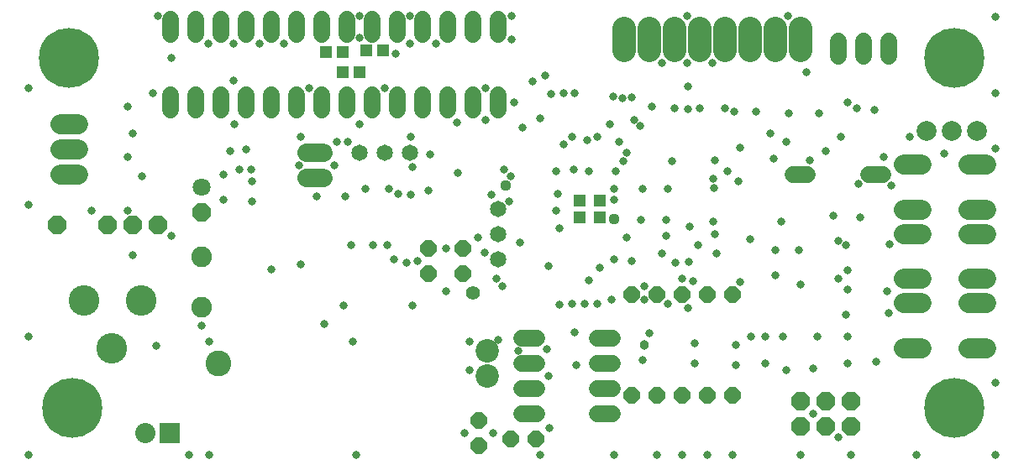
<source format=gbs>
G04 EAGLE Gerber RS-274X export*
G75*
%MOMM*%
%FSLAX34Y34*%
%LPD*%
%INSoldermask Bottom*%
%IPPOS*%
%AMOC8*
5,1,8,0,0,1.08239X$1,22.5*%
G01*
%ADD10R,1.203200X1.303200*%
%ADD11C,2.363200*%
%ADD12R,2.032000X2.032000*%
%ADD13C,2.032000*%
%ADD14C,3.083200*%
%ADD15C,2.082800*%
%ADD16C,6.045200*%
%ADD17C,1.666238*%
%ADD18P,1.803519X8X112.500000*%
%ADD19P,1.803519X8X292.500000*%
%ADD20C,2.032000*%
%ADD21P,1.973413X8X22.500000*%
%ADD22P,1.803519X8X22.500000*%
%ADD23P,1.951982X8X292.500000*%
%ADD24C,1.803400*%
%ADD25P,2.001468X8X22.500000*%
%ADD26C,1.643200*%
%ADD27R,1.303200X1.203200*%
%ADD28C,2.003200*%
%ADD29C,2.363200*%
%ADD30C,2.603200*%
%ADD31C,1.849119*%
%ADD32C,0.812800*%
%ADD33C,0.965200*%
%ADD34C,1.422400*%
%ADD35C,1.117600*%


D10*
X585788Y248675D03*
X585788Y265675D03*
D11*
X609600Y417825D02*
X609600Y439425D01*
X635000Y439425D02*
X635000Y417825D01*
X660400Y417825D02*
X660400Y439425D01*
X685800Y439425D02*
X685800Y417825D01*
X711200Y417825D02*
X711200Y439425D01*
X736600Y439425D02*
X736600Y417825D01*
X762000Y417825D02*
X762000Y439425D01*
X787400Y439425D02*
X787400Y417825D01*
D12*
X152200Y31750D03*
D13*
X127200Y31750D03*
D14*
X123300Y165100D03*
X65300Y165100D03*
X93300Y117100D03*
D15*
X184150Y158750D03*
X184150Y209550D03*
D16*
X50475Y410050D03*
X53975Y57150D03*
X942975Y409575D03*
X942975Y57150D03*
D17*
X152400Y357810D02*
X152400Y372440D01*
X177800Y372440D02*
X177800Y357810D01*
X203200Y357810D02*
X203200Y372440D01*
X228600Y372440D02*
X228600Y357810D01*
X254000Y357810D02*
X254000Y372440D01*
X279400Y372440D02*
X279400Y357810D01*
X304800Y357810D02*
X304800Y372440D01*
X330200Y372440D02*
X330200Y357810D01*
X355600Y357810D02*
X355600Y372440D01*
X381000Y372440D02*
X381000Y357810D01*
X406400Y357810D02*
X406400Y372440D01*
X431800Y372440D02*
X431800Y357810D01*
X457200Y357810D02*
X457200Y372440D01*
X482600Y372440D02*
X482600Y357810D01*
X482600Y434010D02*
X482600Y448640D01*
X457200Y448640D02*
X457200Y434010D01*
X431800Y434010D02*
X431800Y448640D01*
X406400Y448640D02*
X406400Y434010D01*
X381000Y434010D02*
X381000Y448640D01*
X355600Y448640D02*
X355600Y434010D01*
X330200Y434010D02*
X330200Y448640D01*
X304800Y448640D02*
X304800Y434010D01*
X279400Y434010D02*
X279400Y448640D01*
X254000Y448640D02*
X254000Y434010D01*
X228600Y434010D02*
X228600Y448640D01*
X203200Y448640D02*
X203200Y434010D01*
X177800Y434010D02*
X177800Y448640D01*
X152400Y448640D02*
X152400Y434010D01*
D18*
X668338Y69850D03*
X668338Y171450D03*
D19*
X412750Y217488D03*
X412750Y192088D03*
X447675Y217488D03*
X447675Y192088D03*
D18*
X693738Y69850D03*
X693738Y171450D03*
X719138Y69850D03*
X719138Y171450D03*
X617538Y69850D03*
X617538Y171450D03*
X642938Y69850D03*
X642938Y171450D03*
D20*
X891794Y162306D02*
X910082Y162306D01*
X910082Y117094D02*
X891794Y117094D01*
X956818Y162306D02*
X975106Y162306D01*
X975106Y117094D02*
X956818Y117094D01*
D21*
X88900Y241300D03*
X114300Y241300D03*
X139700Y241300D03*
X38100Y241300D03*
D20*
X891794Y232156D02*
X910082Y232156D01*
X910082Y186944D02*
X891794Y186944D01*
X956818Y232156D02*
X975106Y232156D01*
X975106Y186944D02*
X956818Y186944D01*
D17*
X794715Y292100D02*
X780085Y292100D01*
X856285Y292100D02*
X870915Y292100D01*
D20*
X891794Y302006D02*
X910082Y302006D01*
X910082Y256794D02*
X891794Y256794D01*
X956818Y302006D02*
X975106Y302006D01*
X975106Y256794D02*
X956818Y256794D01*
D22*
X495300Y25400D03*
X520700Y25400D03*
D19*
X463550Y44450D03*
X463550Y19050D03*
D23*
X184150Y254000D03*
D24*
X184150Y279400D03*
D25*
X787400Y38100D03*
X787400Y63500D03*
X812800Y38100D03*
X812800Y63500D03*
X838200Y38100D03*
X838200Y63500D03*
D26*
X482600Y257175D03*
X482600Y231775D03*
X482600Y206375D03*
D10*
X565150Y265675D03*
X565150Y248675D03*
D27*
X349640Y417195D03*
X366640Y417195D03*
X326463Y395288D03*
X343463Y395288D03*
D17*
X825500Y411785D02*
X825500Y426415D01*
X876300Y426415D02*
X876300Y411785D01*
X850900Y411785D02*
X850900Y426415D01*
X597865Y50800D02*
X583235Y50800D01*
X583235Y76200D02*
X597865Y76200D01*
X597865Y101600D02*
X583235Y101600D01*
X583235Y127000D02*
X597865Y127000D01*
X521665Y127000D02*
X507035Y127000D01*
X507035Y101600D02*
X521665Y101600D01*
X521665Y76200D02*
X507035Y76200D01*
X507035Y50800D02*
X521665Y50800D01*
D20*
X59944Y292100D02*
X41656Y292100D01*
X41656Y317500D02*
X59944Y317500D01*
X59944Y342900D02*
X41656Y342900D01*
D26*
X342900Y314325D03*
X368300Y314325D03*
X393700Y314325D03*
D27*
X309000Y415925D03*
X326000Y415925D03*
D28*
X939800Y336550D03*
X965200Y336550D03*
X914400Y336550D03*
D29*
X472050Y114300D03*
X472050Y88900D03*
D30*
X201050Y101600D03*
D31*
X290220Y288925D02*
X306680Y288925D01*
X306680Y314325D02*
X290220Y314325D01*
D32*
X541338Y255588D03*
X542925Y273050D03*
X628650Y277813D03*
X654050Y277813D03*
X612775Y228600D03*
X617538Y204788D03*
X469106Y213519D03*
X462756Y228600D03*
X342900Y342900D03*
X320675Y325438D03*
X373063Y277813D03*
X371475Y220663D03*
X234950Y265113D03*
X206375Y266700D03*
X184150Y139700D03*
X307975Y141288D03*
X327025Y160338D03*
X396875Y160338D03*
X430213Y174625D03*
X454025Y95250D03*
X449263Y31750D03*
X477838Y31750D03*
X534988Y36513D03*
X533400Y88900D03*
X503238Y114300D03*
X531813Y115888D03*
X561975Y100013D03*
X635000Y131763D03*
X574675Y185738D03*
X533400Y200025D03*
X504825Y223838D03*
X190500Y423863D03*
X215900Y423863D03*
X242888Y423863D03*
X266700Y423863D03*
X215900Y387350D03*
X153988Y409575D03*
X134938Y374650D03*
X114300Y333375D03*
X109538Y360363D03*
X109538Y255588D03*
X73025Y255588D03*
X206375Y292100D03*
X212725Y315913D03*
X317500Y301625D03*
X284163Y330200D03*
X292100Y379413D03*
X368300Y379413D03*
X469900Y379413D03*
X469900Y346869D03*
X536575Y373063D03*
X476250Y271463D03*
X495300Y290513D03*
X541338Y295275D03*
X574675Y295275D03*
X600075Y277813D03*
X600075Y266700D03*
X544513Y238125D03*
X652463Y230188D03*
X652463Y246063D03*
X627063Y246063D03*
X700088Y244475D03*
X725488Y285750D03*
X736600Y227013D03*
X703263Y212725D03*
X727075Y184150D03*
X630238Y179388D03*
X674688Y157163D03*
X752475Y101600D03*
X773113Y95250D03*
X800100Y96838D03*
X628650Y104775D03*
X722313Y100013D03*
X722313Y120650D03*
X800100Y50800D03*
X835025Y176213D03*
X835025Y195263D03*
X833438Y220663D03*
X785813Y215900D03*
X762000Y190500D03*
X787400Y180975D03*
X762000Y215900D03*
X760413Y307975D03*
X742950Y355600D03*
X776288Y354013D03*
X806450Y354013D03*
X796925Y306388D03*
X846138Y282575D03*
X871538Y309563D03*
X879475Y280988D03*
X820738Y250825D03*
X847725Y249238D03*
X877888Y222250D03*
X874713Y174625D03*
X876300Y152400D03*
X828675Y330200D03*
X835025Y365125D03*
X862013Y357188D03*
X698500Y404813D03*
X673100Y404813D03*
X647700Y404813D03*
X496888Y428625D03*
X393700Y423863D03*
X379413Y414338D03*
X342900Y430213D03*
X139700Y452438D03*
X9525Y379413D03*
X9525Y261938D03*
X9525Y9525D03*
X9525Y128588D03*
X171450Y9525D03*
X192088Y9525D03*
X192088Y123825D03*
X336550Y123825D03*
X339725Y9525D03*
X454025Y123825D03*
X482600Y125413D03*
X560388Y133350D03*
X481013Y187325D03*
X430213Y217488D03*
X401638Y204788D03*
X334963Y220663D03*
X357188Y220663D03*
X349250Y277813D03*
X282575Y301625D03*
X234950Y285750D03*
X254000Y196850D03*
X284163Y201613D03*
X396875Y300038D03*
X300038Y269875D03*
X328613Y269875D03*
X109538Y309563D03*
X123825Y290513D03*
X153988Y230188D03*
X114300Y211138D03*
X138113Y119063D03*
X342900Y452438D03*
X393700Y452438D03*
X496888Y452438D03*
X420688Y423863D03*
X673100Y452438D03*
X774700Y452438D03*
X793750Y395288D03*
X720725Y355600D03*
X701675Y306388D03*
X727075Y319088D03*
X768350Y244475D03*
X738188Y128588D03*
X752475Y128588D03*
X804863Y128588D03*
X835025Y128588D03*
X833438Y150813D03*
X825500Y26988D03*
X525463Y9525D03*
X600075Y9525D03*
X642938Y9525D03*
X668338Y9525D03*
X693738Y9525D03*
X719138Y9525D03*
X787400Y9525D03*
X838200Y9525D03*
X904875Y9525D03*
X984250Y9525D03*
X984250Y82550D03*
X863600Y103188D03*
X769938Y128588D03*
X835025Y101600D03*
X681038Y122238D03*
X681038Y101600D03*
X596900Y165894D03*
X630238Y165894D03*
X654050Y161925D03*
X679450Y184944D03*
X647700Y212725D03*
X499269Y365125D03*
X507206Y339725D03*
X525463Y349250D03*
X619919Y346869D03*
X626269Y341313D03*
X599281Y370681D03*
X608013Y369094D03*
X673894Y381000D03*
X673894Y357981D03*
X608806Y305594D03*
X658019Y305594D03*
X700881Y278606D03*
X897731Y330200D03*
X932656Y313531D03*
X984250Y451644D03*
X984250Y374650D03*
X984250Y318294D03*
X331788Y325438D03*
X414338Y312738D03*
X395288Y330200D03*
X441325Y344488D03*
X493713Y265113D03*
D33*
X630238Y120650D03*
D32*
X825500Y187325D03*
X825500Y225425D03*
D34*
X457200Y173038D03*
D32*
X685800Y358775D03*
X675196Y204280D03*
X711200Y358775D03*
X684213Y220663D03*
X668338Y187325D03*
X585788Y198438D03*
X604838Y325438D03*
X517525Y385763D03*
X558800Y296863D03*
X549275Y322263D03*
X638175Y360363D03*
X661988Y203200D03*
X382588Y273050D03*
X557213Y161925D03*
X377825Y206375D03*
X545088Y161350D03*
X395288Y271463D03*
X390525Y203200D03*
X569913Y161925D03*
X234442Y296863D03*
X222250Y296863D03*
X582613Y161925D03*
X844550Y358775D03*
X700088Y288288D03*
X560388Y374650D03*
X757238Y333375D03*
X595313Y342900D03*
X714375Y295275D03*
X812800Y315913D03*
X549275Y374650D03*
X601663Y295275D03*
X612775Y314325D03*
X530225Y392113D03*
X773113Y325438D03*
X217488Y342900D03*
X557213Y330200D03*
X660400Y358775D03*
X676275Y239713D03*
X701675Y231775D03*
X617538Y369888D03*
X600075Y206375D03*
D35*
X600075Y247650D03*
D32*
X582676Y330156D03*
X412872Y276103D03*
X442526Y294074D03*
X573088Y327025D03*
X228600Y317500D03*
X488950Y296863D03*
X487363Y179388D03*
D35*
X490538Y280988D03*
M02*

</source>
